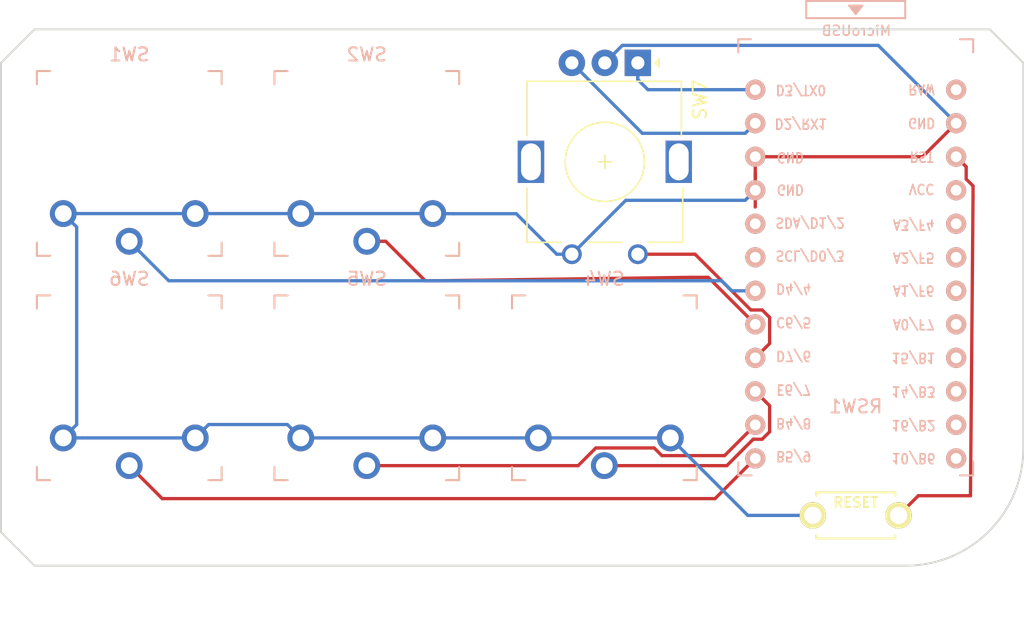
<source format=kicad_pcb>
(kicad_pcb (version 20171130) (host pcbnew "(5.1.5-0-10_14)")

  (general
    (thickness 1.6)
    (drawings 8)
    (tracks 83)
    (zones 0)
    (modules 8)
    (nets 23)
  )

  (page A4)
  (title_block
    (title mkbd)
    (date 2019-04-18)
    (rev 0.1)
    (company foostan)
  )

  (layers
    (0 F.Cu signal)
    (31 B.Cu signal)
    (32 B.Adhes user)
    (33 F.Adhes user)
    (34 B.Paste user)
    (35 F.Paste user)
    (36 B.SilkS user)
    (37 F.SilkS user)
    (38 B.Mask user)
    (39 F.Mask user)
    (40 Dwgs.User user)
    (41 Cmts.User user)
    (42 Eco1.User user)
    (43 Eco2.User user)
    (44 Edge.Cuts user)
    (45 Margin user)
    (46 B.CrtYd user)
    (47 F.CrtYd user)
    (48 B.Fab user)
    (49 F.Fab user)
  )

  (setup
    (last_trace_width 0.25)
    (trace_clearance 0.2)
    (zone_clearance 0.508)
    (zone_45_only no)
    (trace_min 0.2)
    (via_size 0.8)
    (via_drill 0.4)
    (via_min_size 0.4)
    (via_min_drill 0.3)
    (uvia_size 0.3)
    (uvia_drill 0.1)
    (uvias_allowed no)
    (uvia_min_size 0.2)
    (uvia_min_drill 0.1)
    (edge_width 0.15)
    (segment_width 0.2)
    (pcb_text_width 0.3)
    (pcb_text_size 1.5 1.5)
    (mod_edge_width 0.15)
    (mod_text_size 1 1)
    (mod_text_width 0.15)
    (pad_size 1.5 1.5)
    (pad_drill 1)
    (pad_to_mask_clearance 0.2)
    (aux_axis_origin 0 0)
    (visible_elements FFFFFF7F)
    (pcbplotparams
      (layerselection 0x010f0_ffffffff)
      (usegerberextensions false)
      (usegerberattributes false)
      (usegerberadvancedattributes false)
      (creategerberjobfile false)
      (excludeedgelayer true)
      (linewidth 0.100000)
      (plotframeref false)
      (viasonmask false)
      (mode 1)
      (useauxorigin false)
      (hpglpennumber 1)
      (hpglpenspeed 20)
      (hpglpendiameter 15.000000)
      (psnegative false)
      (psa4output false)
      (plotreference true)
      (plotvalue true)
      (plotinvisibletext false)
      (padsonsilk false)
      (subtractmaskfromsilk false)
      (outputformat 1)
      (mirror false)
      (drillshape 0)
      (scaleselection 1)
      (outputdirectory "gerber/"))
  )

  (net 0 "")
  (net 1 /RESET)
  (net 2 GND)
  (net 3 /SW_1)
  (net 4 /SW_2)
  (net 5 /SW_3)
  (net 6 /SW_4)
  (net 7 /SW_5)
  (net 8 /SW_6)
  (net 9 "Net-(U1-Pad24)")
  (net 10 VCC)
  (net 11 "Net-(U1-Pad20)")
  (net 12 "Net-(U1-Pad19)")
  (net 13 "Net-(U1-Pad18)")
  (net 14 "Net-(U1-Pad17)")
  (net 15 "Net-(U1-Pad16)")
  (net 16 "Net-(U1-Pad15)")
  (net 17 "Net-(U1-Pad14)")
  (net 18 "Net-(U1-Pad13)")
  (net 19 "Net-(U1-Pad6)")
  (net 20 "Net-(U1-Pad5)")
  (net 21 "Net-(SW7-PadA)")
  (net 22 "Net-(SW7-PadB)")

  (net_class Default "これはデフォルトのネット クラスです。"
    (clearance 0.2)
    (trace_width 0.25)
    (via_dia 0.8)
    (via_drill 0.4)
    (uvia_dia 0.3)
    (uvia_drill 0.1)
    (add_net /RESET)
    (add_net /SW_1)
    (add_net /SW_2)
    (add_net /SW_3)
    (add_net /SW_4)
    (add_net /SW_5)
    (add_net /SW_6)
    (add_net GND)
    (add_net "Net-(SW7-PadA)")
    (add_net "Net-(SW7-PadB)")
    (add_net "Net-(U1-Pad13)")
    (add_net "Net-(U1-Pad14)")
    (add_net "Net-(U1-Pad15)")
    (add_net "Net-(U1-Pad16)")
    (add_net "Net-(U1-Pad17)")
    (add_net "Net-(U1-Pad18)")
    (add_net "Net-(U1-Pad19)")
    (add_net "Net-(U1-Pad20)")
    (add_net "Net-(U1-Pad24)")
    (add_net "Net-(U1-Pad5)")
    (add_net "Net-(U1-Pad6)")
    (add_net VCC)
  )

  (module Rotary_Encoder:RotaryEncoder_Alps_EC11E_Vertical_H20mm (layer F.Cu) (tedit 5E99D69A) (tstamp 5E99E325)
    (at 76.2 60.96 270)
    (descr "Alps rotary encoder, EC12E... without switch (pins are dummy), vertical shaft, http://www.alps.com/prod/info/E/HTML/Encoder/Incremental/EC11/EC11E15204A3.html")
    (tags "rotary encoder")
    (path /5E9A134E)
    (fp_text reference SW7 (at 2.8 -4.7 90) (layer F.SilkS)
      (effects (font (size 1 1) (thickness 0.15)))
    )
    (fp_text value Rotary_Encoder_Switch (at 7.5 10.4 90) (layer F.Fab)
      (effects (font (size 1 1) (thickness 0.15)))
    )
    (fp_circle (center 7.5 2.5) (end 10.5 2.5) (layer F.Fab) (width 0.12))
    (fp_circle (center 7.5 2.5) (end 10.5 2.5) (layer F.SilkS) (width 0.12))
    (fp_line (start 15.5 9.35) (end -1.25 9.35) (layer F.CrtYd) (width 0.05))
    (fp_line (start 15.5 9.35) (end 15.5 -4.35) (layer F.CrtYd) (width 0.05))
    (fp_line (start -1.25 -4.35) (end -1.25 9.35) (layer F.CrtYd) (width 0.05))
    (fp_line (start -1.25 -4.35) (end 15.5 -4.35) (layer F.CrtYd) (width 0.05))
    (fp_line (start 2.5 -3.3) (end 13.5 -3.3) (layer F.Fab) (width 0.12))
    (fp_line (start 13.5 -3.3) (end 13.5 8.3) (layer F.Fab) (width 0.12))
    (fp_line (start 13.5 8.3) (end 1.5 8.3) (layer F.Fab) (width 0.12))
    (fp_line (start 1.5 8.3) (end 1.5 -2.2) (layer F.Fab) (width 0.12))
    (fp_line (start 1.5 -2.2) (end 2.5 -3.3) (layer F.Fab) (width 0.12))
    (fp_line (start 9.5 -3.4) (end 13.6 -3.4) (layer F.SilkS) (width 0.12))
    (fp_line (start 13.6 8.4) (end 9.5 8.4) (layer F.SilkS) (width 0.12))
    (fp_line (start 5.5 8.4) (end 1.4 8.4) (layer F.SilkS) (width 0.12))
    (fp_line (start 5.5 -3.3) (end 1.4 -3.3) (layer F.SilkS) (width 0.12))
    (fp_line (start 1.4 -3.3) (end 1.4 8.4) (layer F.SilkS) (width 0.12))
    (fp_line (start 0 -1.3) (end -0.3 -1.6) (layer F.SilkS) (width 0.12))
    (fp_line (start -0.3 -1.6) (end 0.3 -1.6) (layer F.SilkS) (width 0.12))
    (fp_line (start 0.3 -1.6) (end 0 -1.3) (layer F.SilkS) (width 0.12))
    (fp_line (start 7.5 -0.5) (end 7.5 5.5) (layer F.Fab) (width 0.12))
    (fp_line (start 4.5 2.5) (end 10.5 2.5) (layer F.Fab) (width 0.12))
    (fp_line (start 13.6 -3.4) (end 13.6 -0.8) (layer F.SilkS) (width 0.12))
    (fp_line (start 13.6 1.2) (end 13.6 3.8) (layer F.SilkS) (width 0.12))
    (fp_line (start 13.6 5.8) (end 13.6 8.4) (layer F.SilkS) (width 0.12))
    (fp_line (start 7.5 2) (end 7.5 3) (layer F.SilkS) (width 0.12))
    (fp_line (start 7 2.5) (end 8 2.5) (layer F.SilkS) (width 0.12))
    (fp_text user %R (at 11.1 6.3 90) (layer F.Fab)
      (effects (font (size 1 1) (thickness 0.15)))
    )
    (pad A thru_hole rect (at 0 0 270) (size 2 2) (drill 1) (layers *.Cu *.Mask)
      (net 21 "Net-(SW7-PadA)"))
    (pad C thru_hole circle (at 0 2.5 270) (size 2 2) (drill 1) (layers *.Cu *.Mask)
      (net 2 GND))
    (pad B thru_hole circle (at 0 5 270) (size 2 2) (drill 1) (layers *.Cu *.Mask)
      (net 22 "Net-(SW7-PadB)"))
    (pad MP thru_hole rect (at 7.5 -3.1 270) (size 3.2 2) (drill oval 2.8 1.5) (layers *.Cu *.Mask))
    (pad MP thru_hole rect (at 7.5 8.1 270) (size 3.2 2) (drill oval 2.8 1.5) (layers *.Cu *.Mask))
    (pad "" thru_hole circle (at 14.5 0 270) (size 1.5 1.5) (drill 1) (layers *.Cu *.Mask)
      (net 5 /SW_3))
    (pad "" thru_hole circle (at 14.5 5 270) (size 1.5 1.5) (drill 1) (layers *.Cu *.Mask)
      (net 2 GND))
    (model ${KISYS3DMOD}/Rotary_Encoder.3dshapes/RotaryEncoder_Alps_EC11E_Vertical_H20mm.wrl
      (at (xyz 0 0 0))
      (scale (xyz 1 1 1))
      (rotate (xyz 0 0 0))
    )
  )

  (module foostan:ResetSW_1side (layer F.Cu) (tedit 5C66D325) (tstamp 5CB645C3)
    (at 92.71 95.25)
    (path /5CB5EA0E)
    (fp_text reference RSW1 (at 0 2.55) (layer F.SilkS) hide
      (effects (font (size 1 1) (thickness 0.15)))
    )
    (fp_text value SW_Push (at 0.1 -4.1) (layer F.Fab)
      (effects (font (size 1 1) (thickness 0.15)))
    )
    (fp_text user RESET (at 0 -0.98) (layer F.SilkS)
      (effects (font (size 0.75 0.75) (thickness 0.15)))
    )
    (fp_line (start 3 -1.75) (end 3 -1.5) (layer F.SilkS) (width 0.15))
    (fp_line (start -3 -1.75) (end 3 -1.75) (layer F.SilkS) (width 0.15))
    (fp_line (start -3 -1.75) (end -3 -1.5) (layer F.SilkS) (width 0.15))
    (fp_line (start -3 1.75) (end -3 1.5) (layer F.SilkS) (width 0.15))
    (fp_line (start 3 1.75) (end 3 1.5) (layer F.SilkS) (width 0.15))
    (fp_line (start -3 1.75) (end 3 1.75) (layer F.SilkS) (width 0.15))
    (fp_text user %R (at 0 -8.255) (layer B.SilkS)
      (effects (font (size 1 1) (thickness 0.15)) (justify mirror))
    )
    (fp_text user %V (at 0 8.255) (layer B.Fab)
      (effects (font (size 1 1) (thickness 0.15)) (justify mirror))
    )
    (pad 2 thru_hole circle (at -3.25 0) (size 2 2) (drill 1.3) (layers *.Cu F.SilkS B.Mask)
      (net 2 GND))
    (pad 1 thru_hole circle (at 3.25 0) (size 2 2) (drill 1.3) (layers *.Cu F.SilkS B.Mask)
      (net 1 /RESET))
  )

  (module kbd:SW_PG1350_reversible (layer F.Cu) (tedit 5DD501D8) (tstamp 5CB7412A)
    (at 37.66 68.58)
    (descr "Kailh \"Choc\" PG1350 keyswitch, able to be mounted on front or back of PCB")
    (tags kailh,choc)
    (path /5CB5D7EA)
    (fp_text reference SW1 (at 0 4.15) (layer Dwgs.User) hide
      (effects (font (size 1 1) (thickness 0.15)))
    )
    (fp_text value SW_PUSH (at -0.05 5.7) (layer Dwgs.User) hide
      (effects (font (size 1 1) (thickness 0.15)))
    )
    (fp_text user %R (at 0 -8.255) (layer B.SilkS)
      (effects (font (size 1 1) (thickness 0.15)) (justify mirror))
    )
    (fp_text user %R (at 0 0) (layer F.Fab)
      (effects (font (size 1 1) (thickness 0.15)))
    )
    (fp_line (start -7.5 7.5) (end -7.5 -7.5) (layer F.Fab) (width 0.15))
    (fp_line (start 7.5 -7.5) (end 7.5 7.5) (layer F.Fab) (width 0.15))
    (fp_line (start 7.5 7.5) (end -7.5 7.5) (layer F.Fab) (width 0.15))
    (fp_line (start -7.5 -7.5) (end 7.5 -7.5) (layer F.Fab) (width 0.15))
    (fp_text user %V (at 0 8.255) (layer B.Fab)
      (effects (font (size 1 1) (thickness 0.15)) (justify mirror))
    )
    (fp_text user %R (at 0 -8.255) (layer B.SilkS)
      (effects (font (size 1 1) (thickness 0.15)) (justify mirror))
    )
    (fp_line (start -7.5 7.5) (end -7.5 -7.5) (layer B.Fab) (width 0.15))
    (fp_line (start 7.5 7.5) (end -7.5 7.5) (layer B.Fab) (width 0.15))
    (fp_line (start 7.5 -7.5) (end 7.5 7.5) (layer B.Fab) (width 0.15))
    (fp_line (start -7.5 -7.5) (end 7.5 -7.5) (layer B.Fab) (width 0.15))
    (fp_line (start -6.9 6.9) (end -6.9 -6.9) (layer Eco2.User) (width 0.15))
    (fp_line (start 6.9 -6.9) (end 6.9 6.9) (layer Eco2.User) (width 0.15))
    (fp_line (start 6.9 -6.9) (end -6.9 -6.9) (layer Eco2.User) (width 0.15))
    (fp_line (start -6.9 6.9) (end 6.9 6.9) (layer Eco2.User) (width 0.15))
    (fp_line (start 7 -7) (end 7 -6) (layer B.SilkS) (width 0.15))
    (fp_line (start 6 -7) (end 7 -7) (layer B.SilkS) (width 0.15))
    (fp_line (start 7 7) (end 6 7) (layer B.SilkS) (width 0.15))
    (fp_line (start 7 6) (end 7 7) (layer B.SilkS) (width 0.15))
    (fp_line (start -7 7) (end -7 6) (layer B.SilkS) (width 0.15))
    (fp_line (start -6 7) (end -7 7) (layer B.SilkS) (width 0.15))
    (fp_line (start -7 -7) (end -6 -7) (layer B.SilkS) (width 0.15))
    (fp_line (start -7 -6) (end -7 -7) (layer B.SilkS) (width 0.15))
    (fp_line (start -2.6 -3.1) (end -2.6 -6.3) (layer Eco2.User) (width 0.15))
    (fp_line (start 2.6 -6.3) (end -2.6 -6.3) (layer Eco2.User) (width 0.15))
    (fp_line (start 2.6 -3.1) (end 2.6 -6.3) (layer Eco2.User) (width 0.15))
    (fp_line (start -2.6 -3.1) (end 2.6 -3.1) (layer Eco2.User) (width 0.15))
    (fp_line (start -7 -7) (end -6 -7) (layer F.SilkS) (width 0.15))
    (fp_line (start -7 -6) (end -7 -7) (layer F.SilkS) (width 0.15))
    (fp_line (start -7 7) (end -7 6) (layer F.SilkS) (width 0.15))
    (fp_line (start -6 7) (end -7 7) (layer F.SilkS) (width 0.15))
    (fp_line (start 7 7) (end 6 7) (layer F.SilkS) (width 0.15))
    (fp_line (start 7 6) (end 7 7) (layer F.SilkS) (width 0.15))
    (fp_line (start 7 -7) (end 7 -6) (layer F.SilkS) (width 0.15))
    (fp_line (start 6 -7) (end 7 -7) (layer F.SilkS) (width 0.15))
    (pad "" np_thru_hole circle (at -5.5 0) (size 1.7018 1.7018) (drill 1.7018) (layers *.Cu *.Mask))
    (pad "" np_thru_hole circle (at 5.5 0) (size 1.7018 1.7018) (drill 1.7018) (layers *.Cu *.Mask))
    (pad "" np_thru_hole circle (at 5.22 -4.2) (size 0.9906 0.9906) (drill 0.9906) (layers *.Cu *.Mask))
    (pad 1 thru_hole circle (at 0 5.9) (size 2.032 2.032) (drill 1.27) (layers *.Cu *.Mask)
      (net 3 /SW_1))
    (pad 2 thru_hole circle (at -5 3.8) (size 2.032 2.032) (drill 1.27) (layers *.Cu *.Mask)
      (net 2 GND))
    (pad "" np_thru_hole circle (at 0 0) (size 3.429 3.429) (drill 3.429) (layers *.Cu *.Mask))
    (pad 2 thru_hole circle (at 5 3.8) (size 2.032 2.032) (drill 1.27) (layers *.Cu *.Mask)
      (net 2 GND))
    (pad "" np_thru_hole circle (at -5.22 -4.2) (size 0.9906 0.9906) (drill 0.9906) (layers *.Cu *.Mask))
  )

  (module kbd:SW_PG1350_reversible (layer F.Cu) (tedit 5DD501D8) (tstamp 5CB73FFE)
    (at 55.66 68.58)
    (descr "Kailh \"Choc\" PG1350 keyswitch, able to be mounted on front or back of PCB")
    (tags kailh,choc)
    (path /5CB5EE19)
    (fp_text reference SW2 (at 0 4.15) (layer Dwgs.User) hide
      (effects (font (size 1 1) (thickness 0.15)))
    )
    (fp_text value SW_PUSH (at -0.05 5.7) (layer Dwgs.User) hide
      (effects (font (size 1 1) (thickness 0.15)))
    )
    (fp_text user %R (at 0 0) (layer B.Fab)
      (effects (font (size 1 1) (thickness 0.15)) (justify mirror))
    )
    (fp_text user %R (at 0 0) (layer F.Fab)
      (effects (font (size 1 1) (thickness 0.15)))
    )
    (fp_line (start -7.5 7.5) (end -7.5 -7.5) (layer F.Fab) (width 0.15))
    (fp_line (start 7.5 -7.5) (end 7.5 7.5) (layer F.Fab) (width 0.15))
    (fp_line (start 7.5 7.5) (end -7.5 7.5) (layer F.Fab) (width 0.15))
    (fp_line (start -7.5 -7.5) (end 7.5 -7.5) (layer F.Fab) (width 0.15))
    (fp_text user %V (at 0 8.255) (layer B.Fab)
      (effects (font (size 1 1) (thickness 0.15)) (justify mirror))
    )
    (fp_text user %R (at 0 -8.255) (layer B.SilkS)
      (effects (font (size 1 1) (thickness 0.15)) (justify mirror))
    )
    (fp_line (start -7.5 7.5) (end -7.5 -7.5) (layer B.Fab) (width 0.15))
    (fp_line (start 7.5 7.5) (end -7.5 7.5) (layer B.Fab) (width 0.15))
    (fp_line (start 7.5 -7.5) (end 7.5 7.5) (layer B.Fab) (width 0.15))
    (fp_line (start -7.5 -7.5) (end 7.5 -7.5) (layer B.Fab) (width 0.15))
    (fp_line (start -6.9 6.9) (end -6.9 -6.9) (layer Eco2.User) (width 0.15))
    (fp_line (start 6.9 -6.9) (end 6.9 6.9) (layer Eco2.User) (width 0.15))
    (fp_line (start 6.9 -6.9) (end -6.9 -6.9) (layer Eco2.User) (width 0.15))
    (fp_line (start -6.9 6.9) (end 6.9 6.9) (layer Eco2.User) (width 0.15))
    (fp_line (start 7 -7) (end 7 -6) (layer B.SilkS) (width 0.15))
    (fp_line (start 6 -7) (end 7 -7) (layer B.SilkS) (width 0.15))
    (fp_line (start 7 7) (end 6 7) (layer B.SilkS) (width 0.15))
    (fp_line (start 7 6) (end 7 7) (layer B.SilkS) (width 0.15))
    (fp_line (start -7 7) (end -7 6) (layer B.SilkS) (width 0.15))
    (fp_line (start -6 7) (end -7 7) (layer B.SilkS) (width 0.15))
    (fp_line (start -7 -7) (end -6 -7) (layer B.SilkS) (width 0.15))
    (fp_line (start -7 -6) (end -7 -7) (layer B.SilkS) (width 0.15))
    (fp_line (start -2.6 -3.1) (end -2.6 -6.3) (layer Eco2.User) (width 0.15))
    (fp_line (start 2.6 -6.3) (end -2.6 -6.3) (layer Eco2.User) (width 0.15))
    (fp_line (start 2.6 -3.1) (end 2.6 -6.3) (layer Eco2.User) (width 0.15))
    (fp_line (start -2.6 -3.1) (end 2.6 -3.1) (layer Eco2.User) (width 0.15))
    (fp_line (start -7 -7) (end -6 -7) (layer F.SilkS) (width 0.15))
    (fp_line (start -7 -6) (end -7 -7) (layer F.SilkS) (width 0.15))
    (fp_line (start -7 7) (end -7 6) (layer F.SilkS) (width 0.15))
    (fp_line (start -6 7) (end -7 7) (layer F.SilkS) (width 0.15))
    (fp_line (start 7 7) (end 6 7) (layer F.SilkS) (width 0.15))
    (fp_line (start 7 6) (end 7 7) (layer F.SilkS) (width 0.15))
    (fp_line (start 7 -7) (end 7 -6) (layer F.SilkS) (width 0.15))
    (fp_line (start 6 -7) (end 7 -7) (layer F.SilkS) (width 0.15))
    (pad "" np_thru_hole circle (at -5.5 0) (size 1.7018 1.7018) (drill 1.7018) (layers *.Cu *.Mask))
    (pad "" np_thru_hole circle (at 5.5 0) (size 1.7018 1.7018) (drill 1.7018) (layers *.Cu *.Mask))
    (pad "" np_thru_hole circle (at 5.22 -4.2) (size 0.9906 0.9906) (drill 0.9906) (layers *.Cu *.Mask))
    (pad 1 thru_hole circle (at 0 5.9) (size 2.032 2.032) (drill 1.27) (layers *.Cu *.Mask)
      (net 4 /SW_2))
    (pad 2 thru_hole circle (at -5 3.8) (size 2.032 2.032) (drill 1.27) (layers *.Cu *.Mask)
      (net 2 GND))
    (pad "" np_thru_hole circle (at 0 0) (size 3.429 3.429) (drill 3.429) (layers *.Cu *.Mask))
    (pad 2 thru_hole circle (at 5 3.8) (size 2.032 2.032) (drill 1.27) (layers *.Cu *.Mask)
      (net 2 GND))
    (pad "" np_thru_hole circle (at -5.22 -4.2) (size 0.9906 0.9906) (drill 0.9906) (layers *.Cu *.Mask))
  )

  (module kbd:SW_PG1350_reversible (layer F.Cu) (tedit 5DD501D8) (tstamp 5CB740EE)
    (at 73.66 85.58)
    (descr "Kailh \"Choc\" PG1350 keyswitch, able to be mounted on front or back of PCB")
    (tags kailh,choc)
    (path /5CB5EE8C)
    (fp_text reference SW4 (at 0 4.15) (layer Dwgs.User) hide
      (effects (font (size 1 1) (thickness 0.15)))
    )
    (fp_text value SW_PUSH (at -0.05 5.7) (layer Dwgs.User) hide
      (effects (font (size 1 1) (thickness 0.15)))
    )
    (fp_text user %R (at 0 0) (layer B.Fab)
      (effects (font (size 1 1) (thickness 0.15)) (justify mirror))
    )
    (fp_text user %R (at 0 0) (layer F.Fab)
      (effects (font (size 1 1) (thickness 0.15)))
    )
    (fp_line (start -7.5 7.5) (end -7.5 -7.5) (layer F.Fab) (width 0.15))
    (fp_line (start 7.5 -7.5) (end 7.5 7.5) (layer F.Fab) (width 0.15))
    (fp_line (start 7.5 7.5) (end -7.5 7.5) (layer F.Fab) (width 0.15))
    (fp_line (start -7.5 -7.5) (end 7.5 -7.5) (layer F.Fab) (width 0.15))
    (fp_text user %V (at 0 8.255) (layer B.Fab)
      (effects (font (size 1 1) (thickness 0.15)) (justify mirror))
    )
    (fp_text user %R (at 0 -8.255) (layer B.SilkS)
      (effects (font (size 1 1) (thickness 0.15)) (justify mirror))
    )
    (fp_line (start -7.5 7.5) (end -7.5 -7.5) (layer B.Fab) (width 0.15))
    (fp_line (start 7.5 7.5) (end -7.5 7.5) (layer B.Fab) (width 0.15))
    (fp_line (start 7.5 -7.5) (end 7.5 7.5) (layer B.Fab) (width 0.15))
    (fp_line (start -7.5 -7.5) (end 7.5 -7.5) (layer B.Fab) (width 0.15))
    (fp_line (start -6.9 6.9) (end -6.9 -6.9) (layer Eco2.User) (width 0.15))
    (fp_line (start 6.9 -6.9) (end 6.9 6.9) (layer Eco2.User) (width 0.15))
    (fp_line (start 6.9 -6.9) (end -6.9 -6.9) (layer Eco2.User) (width 0.15))
    (fp_line (start -6.9 6.9) (end 6.9 6.9) (layer Eco2.User) (width 0.15))
    (fp_line (start 7 -7) (end 7 -6) (layer B.SilkS) (width 0.15))
    (fp_line (start 6 -7) (end 7 -7) (layer B.SilkS) (width 0.15))
    (fp_line (start 7 7) (end 6 7) (layer B.SilkS) (width 0.15))
    (fp_line (start 7 6) (end 7 7) (layer B.SilkS) (width 0.15))
    (fp_line (start -7 7) (end -7 6) (layer B.SilkS) (width 0.15))
    (fp_line (start -6 7) (end -7 7) (layer B.SilkS) (width 0.15))
    (fp_line (start -7 -7) (end -6 -7) (layer B.SilkS) (width 0.15))
    (fp_line (start -7 -6) (end -7 -7) (layer B.SilkS) (width 0.15))
    (fp_line (start -2.6 -3.1) (end -2.6 -6.3) (layer Eco2.User) (width 0.15))
    (fp_line (start 2.6 -6.3) (end -2.6 -6.3) (layer Eco2.User) (width 0.15))
    (fp_line (start 2.6 -3.1) (end 2.6 -6.3) (layer Eco2.User) (width 0.15))
    (fp_line (start -2.6 -3.1) (end 2.6 -3.1) (layer Eco2.User) (width 0.15))
    (fp_line (start -7 -7) (end -6 -7) (layer F.SilkS) (width 0.15))
    (fp_line (start -7 -6) (end -7 -7) (layer F.SilkS) (width 0.15))
    (fp_line (start -7 7) (end -7 6) (layer F.SilkS) (width 0.15))
    (fp_line (start -6 7) (end -7 7) (layer F.SilkS) (width 0.15))
    (fp_line (start 7 7) (end 6 7) (layer F.SilkS) (width 0.15))
    (fp_line (start 7 6) (end 7 7) (layer F.SilkS) (width 0.15))
    (fp_line (start 7 -7) (end 7 -6) (layer F.SilkS) (width 0.15))
    (fp_line (start 6 -7) (end 7 -7) (layer F.SilkS) (width 0.15))
    (pad "" np_thru_hole circle (at -5.5 0) (size 1.7018 1.7018) (drill 1.7018) (layers *.Cu *.Mask))
    (pad "" np_thru_hole circle (at 5.5 0) (size 1.7018 1.7018) (drill 1.7018) (layers *.Cu *.Mask))
    (pad "" np_thru_hole circle (at 5.22 -4.2) (size 0.9906 0.9906) (drill 0.9906) (layers *.Cu *.Mask))
    (pad 1 thru_hole circle (at 0 5.9) (size 2.032 2.032) (drill 1.27) (layers *.Cu *.Mask)
      (net 6 /SW_4))
    (pad 2 thru_hole circle (at -5 3.8) (size 2.032 2.032) (drill 1.27) (layers *.Cu *.Mask)
      (net 2 GND))
    (pad "" np_thru_hole circle (at 0 0) (size 3.429 3.429) (drill 3.429) (layers *.Cu *.Mask))
    (pad 2 thru_hole circle (at 5 3.8) (size 2.032 2.032) (drill 1.27) (layers *.Cu *.Mask)
      (net 2 GND))
    (pad "" np_thru_hole circle (at -5.22 -4.2) (size 0.9906 0.9906) (drill 0.9906) (layers *.Cu *.Mask))
  )

  (module kbd:SW_PG1350_reversible (layer F.Cu) (tedit 5DD501D8) (tstamp 5CB7403A)
    (at 55.66 85.58)
    (descr "Kailh \"Choc\" PG1350 keyswitch, able to be mounted on front or back of PCB")
    (tags kailh,choc)
    (path /5CB5EE94)
    (fp_text reference SW5 (at 0 4.15) (layer Dwgs.User) hide
      (effects (font (size 1 1) (thickness 0.15)))
    )
    (fp_text value SW_PUSH (at -0.05 5.7) (layer Dwgs.User) hide
      (effects (font (size 1 1) (thickness 0.15)))
    )
    (fp_text user %R (at 0 0) (layer B.Fab)
      (effects (font (size 1 1) (thickness 0.15)) (justify mirror))
    )
    (fp_text user %R (at 0 0) (layer F.Fab)
      (effects (font (size 1 1) (thickness 0.15)))
    )
    (fp_line (start -7.5 7.5) (end -7.5 -7.5) (layer F.Fab) (width 0.15))
    (fp_line (start 7.5 -7.5) (end 7.5 7.5) (layer F.Fab) (width 0.15))
    (fp_line (start 7.5 7.5) (end -7.5 7.5) (layer F.Fab) (width 0.15))
    (fp_line (start -7.5 -7.5) (end 7.5 -7.5) (layer F.Fab) (width 0.15))
    (fp_text user %V (at 0 8.255) (layer B.Fab)
      (effects (font (size 1 1) (thickness 0.15)) (justify mirror))
    )
    (fp_text user %R (at 0 -8.255) (layer B.SilkS)
      (effects (font (size 1 1) (thickness 0.15)) (justify mirror))
    )
    (fp_line (start -7.5 7.5) (end -7.5 -7.5) (layer B.Fab) (width 0.15))
    (fp_line (start 7.5 7.5) (end -7.5 7.5) (layer B.Fab) (width 0.15))
    (fp_line (start 7.5 -7.5) (end 7.5 7.5) (layer B.Fab) (width 0.15))
    (fp_line (start -7.5 -7.5) (end 7.5 -7.5) (layer B.Fab) (width 0.15))
    (fp_line (start -6.9 6.9) (end -6.9 -6.9) (layer Eco2.User) (width 0.15))
    (fp_line (start 6.9 -6.9) (end 6.9 6.9) (layer Eco2.User) (width 0.15))
    (fp_line (start 6.9 -6.9) (end -6.9 -6.9) (layer Eco2.User) (width 0.15))
    (fp_line (start -6.9 6.9) (end 6.9 6.9) (layer Eco2.User) (width 0.15))
    (fp_line (start 7 -7) (end 7 -6) (layer B.SilkS) (width 0.15))
    (fp_line (start 6 -7) (end 7 -7) (layer B.SilkS) (width 0.15))
    (fp_line (start 7 7) (end 6 7) (layer B.SilkS) (width 0.15))
    (fp_line (start 7 6) (end 7 7) (layer B.SilkS) (width 0.15))
    (fp_line (start -7 7) (end -7 6) (layer B.SilkS) (width 0.15))
    (fp_line (start -6 7) (end -7 7) (layer B.SilkS) (width 0.15))
    (fp_line (start -7 -7) (end -6 -7) (layer B.SilkS) (width 0.15))
    (fp_line (start -7 -6) (end -7 -7) (layer B.SilkS) (width 0.15))
    (fp_line (start -2.6 -3.1) (end -2.6 -6.3) (layer Eco2.User) (width 0.15))
    (fp_line (start 2.6 -6.3) (end -2.6 -6.3) (layer Eco2.User) (width 0.15))
    (fp_line (start 2.6 -3.1) (end 2.6 -6.3) (layer Eco2.User) (width 0.15))
    (fp_line (start -2.6 -3.1) (end 2.6 -3.1) (layer Eco2.User) (width 0.15))
    (fp_line (start -7 -7) (end -6 -7) (layer F.SilkS) (width 0.15))
    (fp_line (start -7 -6) (end -7 -7) (layer F.SilkS) (width 0.15))
    (fp_line (start -7 7) (end -7 6) (layer F.SilkS) (width 0.15))
    (fp_line (start -6 7) (end -7 7) (layer F.SilkS) (width 0.15))
    (fp_line (start 7 7) (end 6 7) (layer F.SilkS) (width 0.15))
    (fp_line (start 7 6) (end 7 7) (layer F.SilkS) (width 0.15))
    (fp_line (start 7 -7) (end 7 -6) (layer F.SilkS) (width 0.15))
    (fp_line (start 6 -7) (end 7 -7) (layer F.SilkS) (width 0.15))
    (pad "" np_thru_hole circle (at -5.5 0) (size 1.7018 1.7018) (drill 1.7018) (layers *.Cu *.Mask))
    (pad "" np_thru_hole circle (at 5.5 0) (size 1.7018 1.7018) (drill 1.7018) (layers *.Cu *.Mask))
    (pad "" np_thru_hole circle (at 5.22 -4.2) (size 0.9906 0.9906) (drill 0.9906) (layers *.Cu *.Mask))
    (pad 1 thru_hole circle (at 0 5.9) (size 2.032 2.032) (drill 1.27) (layers *.Cu *.Mask)
      (net 7 /SW_5))
    (pad 2 thru_hole circle (at -5 3.8) (size 2.032 2.032) (drill 1.27) (layers *.Cu *.Mask)
      (net 2 GND))
    (pad "" np_thru_hole circle (at 0 0) (size 3.429 3.429) (drill 3.429) (layers *.Cu *.Mask))
    (pad 2 thru_hole circle (at 5 3.8) (size 2.032 2.032) (drill 1.27) (layers *.Cu *.Mask)
      (net 2 GND))
    (pad "" np_thru_hole circle (at -5.22 -4.2) (size 0.9906 0.9906) (drill 0.9906) (layers *.Cu *.Mask))
  )

  (module kbd:SW_PG1350_reversible (layer F.Cu) (tedit 5DD501D8) (tstamp 5CB740B2)
    (at 37.66 85.58)
    (descr "Kailh \"Choc\" PG1350 keyswitch, able to be mounted on front or back of PCB")
    (tags kailh,choc)
    (path /5CB5EE9C)
    (fp_text reference SW6 (at 0 4.15) (layer Dwgs.User) hide
      (effects (font (size 1 1) (thickness 0.15)))
    )
    (fp_text value SW_PUSH (at -0.05 5.7) (layer Dwgs.User) hide
      (effects (font (size 1 1) (thickness 0.15)))
    )
    (fp_text user %R (at 0 0) (layer B.Fab)
      (effects (font (size 1 1) (thickness 0.15)) (justify mirror))
    )
    (fp_text user %R (at 0 0) (layer F.Fab)
      (effects (font (size 1 1) (thickness 0.15)))
    )
    (fp_line (start -7.5 7.5) (end -7.5 -7.5) (layer F.Fab) (width 0.15))
    (fp_line (start 7.5 -7.5) (end 7.5 7.5) (layer F.Fab) (width 0.15))
    (fp_line (start 7.5 7.5) (end -7.5 7.5) (layer F.Fab) (width 0.15))
    (fp_line (start -7.5 -7.5) (end 7.5 -7.5) (layer F.Fab) (width 0.15))
    (fp_text user %V (at 0 8.255) (layer B.Fab)
      (effects (font (size 1 1) (thickness 0.15)) (justify mirror))
    )
    (fp_text user %R (at 0 -8.255) (layer B.SilkS)
      (effects (font (size 1 1) (thickness 0.15)) (justify mirror))
    )
    (fp_line (start -7.5 7.5) (end -7.5 -7.5) (layer B.Fab) (width 0.15))
    (fp_line (start 7.5 7.5) (end -7.5 7.5) (layer B.Fab) (width 0.15))
    (fp_line (start 7.5 -7.5) (end 7.5 7.5) (layer B.Fab) (width 0.15))
    (fp_line (start -7.5 -7.5) (end 7.5 -7.5) (layer B.Fab) (width 0.15))
    (fp_line (start -6.9 6.9) (end -6.9 -6.9) (layer Eco2.User) (width 0.15))
    (fp_line (start 6.9 -6.9) (end 6.9 6.9) (layer Eco2.User) (width 0.15))
    (fp_line (start 6.9 -6.9) (end -6.9 -6.9) (layer Eco2.User) (width 0.15))
    (fp_line (start -6.9 6.9) (end 6.9 6.9) (layer Eco2.User) (width 0.15))
    (fp_line (start 7 -7) (end 7 -6) (layer B.SilkS) (width 0.15))
    (fp_line (start 6 -7) (end 7 -7) (layer B.SilkS) (width 0.15))
    (fp_line (start 7 7) (end 6 7) (layer B.SilkS) (width 0.15))
    (fp_line (start 7 6) (end 7 7) (layer B.SilkS) (width 0.15))
    (fp_line (start -7 7) (end -7 6) (layer B.SilkS) (width 0.15))
    (fp_line (start -6 7) (end -7 7) (layer B.SilkS) (width 0.15))
    (fp_line (start -7 -7) (end -6 -7) (layer B.SilkS) (width 0.15))
    (fp_line (start -7 -6) (end -7 -7) (layer B.SilkS) (width 0.15))
    (fp_line (start -2.6 -3.1) (end -2.6 -6.3) (layer Eco2.User) (width 0.15))
    (fp_line (start 2.6 -6.3) (end -2.6 -6.3) (layer Eco2.User) (width 0.15))
    (fp_line (start 2.6 -3.1) (end 2.6 -6.3) (layer Eco2.User) (width 0.15))
    (fp_line (start -2.6 -3.1) (end 2.6 -3.1) (layer Eco2.User) (width 0.15))
    (fp_line (start -7 -7) (end -6 -7) (layer F.SilkS) (width 0.15))
    (fp_line (start -7 -6) (end -7 -7) (layer F.SilkS) (width 0.15))
    (fp_line (start -7 7) (end -7 6) (layer F.SilkS) (width 0.15))
    (fp_line (start -6 7) (end -7 7) (layer F.SilkS) (width 0.15))
    (fp_line (start 7 7) (end 6 7) (layer F.SilkS) (width 0.15))
    (fp_line (start 7 6) (end 7 7) (layer F.SilkS) (width 0.15))
    (fp_line (start 7 -7) (end 7 -6) (layer F.SilkS) (width 0.15))
    (fp_line (start 6 -7) (end 7 -7) (layer F.SilkS) (width 0.15))
    (pad "" np_thru_hole circle (at -5.5 0) (size 1.7018 1.7018) (drill 1.7018) (layers *.Cu *.Mask))
    (pad "" np_thru_hole circle (at 5.5 0) (size 1.7018 1.7018) (drill 1.7018) (layers *.Cu *.Mask))
    (pad "" np_thru_hole circle (at 5.22 -4.2) (size 0.9906 0.9906) (drill 0.9906) (layers *.Cu *.Mask))
    (pad 1 thru_hole circle (at 0 5.9) (size 2.032 2.032) (drill 1.27) (layers *.Cu *.Mask)
      (net 8 /SW_6))
    (pad 2 thru_hole circle (at -5 3.8) (size 2.032 2.032) (drill 1.27) (layers *.Cu *.Mask)
      (net 2 GND))
    (pad "" np_thru_hole circle (at 0 0) (size 3.429 3.429) (drill 3.429) (layers *.Cu *.Mask))
    (pad 2 thru_hole circle (at 5 3.8) (size 2.032 2.032) (drill 1.27) (layers *.Cu *.Mask)
      (net 2 GND))
    (pad "" np_thru_hole circle (at -5.22 -4.2) (size 0.9906 0.9906) (drill 0.9906) (layers *.Cu *.Mask))
  )

  (module kbd:ProMicro_v3 (layer B.Cu) (tedit 5CB5FEF5) (tstamp 5CB64683)
    (at 92.71 77.47 180)
    (path /5CB5F40D)
    (fp_text reference U1 (at 0 5 90) (layer B.SilkS) hide
      (effects (font (size 1 1) (thickness 0.15)) (justify mirror))
    )
    (fp_text value ProMicro_r (at -0.1 -0.05 -90) (layer B.Fab) hide
      (effects (font (size 1 1) (thickness 0.15)) (justify mirror))
    )
    (fp_line (start 8.9 -14.75) (end 7.89 -14.75) (layer B.SilkS) (width 0.15))
    (fp_line (start -8.9 -14.75) (end -7.9 -14.75) (layer B.SilkS) (width 0.15))
    (fp_line (start 8.9 -13.75) (end 8.9 -14.75) (layer B.SilkS) (width 0.15))
    (fp_line (start -8.9 -13.7) (end -8.9 -14.75) (layer B.SilkS) (width 0.15))
    (fp_line (start 8.9 18.3) (end 7.95 18.3) (layer B.SilkS) (width 0.15))
    (fp_line (start -8.9 18.3) (end -7.9 18.3) (layer B.SilkS) (width 0.15))
    (fp_line (start 8.9 18.3) (end 8.9 17.3) (layer B.SilkS) (width 0.15))
    (fp_line (start -8.9 18.3) (end -8.9 17.3) (layer B.SilkS) (width 0.15))
    (fp_text user "" (at -1.2515 16.256) (layer F.SilkS)
      (effects (font (size 1 1) (thickness 0.15)))
    )
    (fp_text user "" (at -0.545 17.4) (layer B.SilkS)
      (effects (font (size 1 1) (thickness 0.15)) (justify mirror))
    )
    (fp_line (start -8.9 -14.75) (end -8.9 18.3) (layer B.Fab) (width 0.15))
    (fp_line (start 8.9 -14.75) (end -8.9 -14.75) (layer B.Fab) (width 0.15))
    (fp_line (start 8.9 18.3) (end 8.9 -14.75) (layer B.Fab) (width 0.15))
    (fp_line (start -8.9 18.3) (end -3.75 18.3) (layer B.Fab) (width 0.15))
    (fp_text user RAW (at -4.995 14.5 180 unlocked) (layer B.SilkS)
      (effects (font (size 0.75 0.67) (thickness 0.125)) (justify mirror))
    )
    (fp_text user GND (at -4.995 11.95 180 unlocked) (layer B.SilkS)
      (effects (font (size 0.75 0.67) (thickness 0.125)) (justify mirror))
    )
    (fp_text user RST (at -4.995 9.4 180 unlocked) (layer B.SilkS)
      (effects (font (size 0.75 0.67) (thickness 0.125)) (justify mirror))
    )
    (fp_text user VCC (at -4.995 6.95 180 unlocked) (layer B.SilkS)
      (effects (font (size 0.75 0.67) (thickness 0.125)) (justify mirror))
    )
    (fp_text user A3/F4 (at -4.395 4.25 180 unlocked) (layer B.SilkS)
      (effects (font (size 0.75 0.67) (thickness 0.125)) (justify mirror))
    )
    (fp_text user A2/F5 (at -4.395 1.75 180 unlocked) (layer B.SilkS)
      (effects (font (size 0.75 0.67) (thickness 0.125)) (justify mirror))
    )
    (fp_text user A1/F6 (at -4.395 -0.75 180 unlocked) (layer B.SilkS)
      (effects (font (size 0.75 0.67) (thickness 0.125)) (justify mirror))
    )
    (fp_text user A0/F7 (at -4.395 -3.3 180 unlocked) (layer B.SilkS)
      (effects (font (size 0.75 0.67) (thickness 0.125)) (justify mirror))
    )
    (fp_text user 15/B1 (at -4.395 -5.85 180 unlocked) (layer B.SilkS)
      (effects (font (size 0.75 0.67) (thickness 0.125)) (justify mirror))
    )
    (fp_text user 14/B3 (at -4.395 -8.4 180 unlocked) (layer B.SilkS)
      (effects (font (size 0.75 0.67) (thickness 0.125)) (justify mirror))
    )
    (fp_text user 10/B6 (at -4.395 -13.45 180 unlocked) (layer B.SilkS)
      (effects (font (size 0.75 0.67) (thickness 0.125)) (justify mirror))
    )
    (fp_text user 16/B2 (at -4.395 -10.95 180 unlocked) (layer B.SilkS)
      (effects (font (size 0.75 0.67) (thickness 0.125)) (justify mirror))
    )
    (fp_text user E6/7 (at 4.705 -8.25 180 unlocked) (layer B.SilkS)
      (effects (font (size 0.75 0.67) (thickness 0.125)) (justify mirror))
    )
    (fp_text user D7/6 (at 4.705 -5.7 180 unlocked) (layer B.SilkS)
      (effects (font (size 0.75 0.67) (thickness 0.125)) (justify mirror))
    )
    (fp_text user GND (at 4.955 9.35 180 unlocked) (layer B.SilkS)
      (effects (font (size 0.75 0.67) (thickness 0.125)) (justify mirror))
    )
    (fp_text user GND (at 4.955 6.9 180 unlocked) (layer B.SilkS)
      (effects (font (size 0.75 0.67) (thickness 0.125)) (justify mirror))
    )
    (fp_text user D3/TX0 (at 4.155 14.45 180 unlocked) (layer B.SilkS)
      (effects (font (size 0.75 0.67) (thickness 0.125)) (justify mirror))
    )
    (fp_text user D4/4 (at 4.705 -0.6 180 unlocked) (layer B.SilkS)
      (effects (font (size 0.75 0.67) (thickness 0.125)) (justify mirror))
    )
    (fp_text user SDA/D1/2 (at 3.455 4.4 180 unlocked) (layer B.SilkS)
      (effects (font (size 0.75 0.67) (thickness 0.125)) (justify mirror))
    )
    (fp_text user SCL/D0/3 (at 3.455 1.9 180 unlocked) (layer B.SilkS)
      (effects (font (size 0.75 0.67) (thickness 0.125)) (justify mirror))
    )
    (fp_text user C6/5 (at 4.705 -3.15 180 unlocked) (layer B.SilkS)
      (effects (font (size 0.75 0.67) (thickness 0.125)) (justify mirror))
    )
    (fp_text user B5/9 (at 4.705 -13.3 180 unlocked) (layer B.SilkS)
      (effects (font (size 0.75 0.67) (thickness 0.125)) (justify mirror))
    )
    (fp_text user D2/RX1 (at 4.155 11.9 180 unlocked) (layer B.SilkS)
      (effects (font (size 0.75 0.67) (thickness 0.125)) (justify mirror))
    )
    (fp_text user B4/8 (at 4.705 -10.8 180 unlocked) (layer B.SilkS)
      (effects (font (size 0.75 0.67) (thickness 0.125)) (justify mirror))
    )
    (fp_line (start -3.75 19.6) (end 3.75 19.6) (layer B.Fab) (width 0.15))
    (fp_line (start 3.75 19.6) (end 3.75 18.3) (layer B.Fab) (width 0.15))
    (fp_line (start -3.75 19.6) (end -3.75 18.299039) (layer B.Fab) (width 0.15))
    (fp_line (start -3.75 18.3) (end 3.75 18.3) (layer B.Fab) (width 0.15))
    (fp_line (start 3.76 18.3) (end 8.9 18.3) (layer B.Fab) (width 0.15))
    (fp_line (start -3.75 21.2) (end -3.75 19.9) (layer B.SilkS) (width 0.15))
    (fp_line (start -3.75 19.9) (end 3.75 19.9) (layer B.SilkS) (width 0.15))
    (fp_line (start 3.75 19.9) (end 3.75 21.2) (layer B.SilkS) (width 0.15))
    (fp_line (start 3.75 21.2) (end -3.75 21.2) (layer B.SilkS) (width 0.15))
    (fp_line (start -0.5 20.85) (end 0.5 20.85) (layer B.SilkS) (width 0.15))
    (fp_line (start 0.5 20.85) (end 0 20.2) (layer B.SilkS) (width 0.15))
    (fp_line (start 0 20.2) (end -0.5 20.85) (layer B.SilkS) (width 0.15))
    (fp_line (start -0.35 20.7) (end 0.35 20.7) (layer B.SilkS) (width 0.15))
    (fp_line (start -0.25 20.55) (end 0.25 20.55) (layer B.SilkS) (width 0.15))
    (fp_line (start -0.15 20.4) (end 0.15 20.4) (layer B.SilkS) (width 0.15))
    (fp_text user MicroUSB (at -0.05 18.95) (layer B.SilkS)
      (effects (font (size 0.75 0.75) (thickness 0.12)) (justify mirror))
    )
    (pad 24 thru_hole circle (at -7.6086 14.478 180) (size 1.524 1.524) (drill 0.8128) (layers *.Cu B.SilkS F.Mask)
      (net 9 "Net-(U1-Pad24)"))
    (pad 23 thru_hole circle (at -7.6086 11.938 180) (size 1.524 1.524) (drill 0.8128) (layers *.Cu B.SilkS F.Mask)
      (net 2 GND))
    (pad 22 thru_hole circle (at -7.6086 9.398 180) (size 1.524 1.524) (drill 0.8128) (layers *.Cu B.SilkS F.Mask)
      (net 1 /RESET))
    (pad 21 thru_hole circle (at -7.6086 6.858 180) (size 1.524 1.524) (drill 0.8128) (layers *.Cu B.SilkS F.Mask)
      (net 10 VCC))
    (pad 20 thru_hole circle (at -7.6086 4.318 180) (size 1.524 1.524) (drill 0.8128) (layers *.Cu B.SilkS F.Mask)
      (net 11 "Net-(U1-Pad20)"))
    (pad 19 thru_hole circle (at -7.6086 1.778 180) (size 1.524 1.524) (drill 0.8128) (layers *.Cu B.SilkS F.Mask)
      (net 12 "Net-(U1-Pad19)"))
    (pad 18 thru_hole circle (at -7.6086 -0.762 180) (size 1.524 1.524) (drill 0.8128) (layers *.Cu B.SilkS F.Mask)
      (net 13 "Net-(U1-Pad18)"))
    (pad 17 thru_hole circle (at -7.6086 -3.302 180) (size 1.524 1.524) (drill 0.8128) (layers *.Cu B.SilkS F.Mask)
      (net 14 "Net-(U1-Pad17)"))
    (pad 16 thru_hole circle (at -7.6086 -5.842 180) (size 1.524 1.524) (drill 0.8128) (layers *.Cu B.SilkS F.Mask)
      (net 15 "Net-(U1-Pad16)"))
    (pad 15 thru_hole circle (at -7.6086 -8.382 180) (size 1.524 1.524) (drill 0.8128) (layers *.Cu B.SilkS F.Mask)
      (net 16 "Net-(U1-Pad15)"))
    (pad 14 thru_hole circle (at -7.6086 -10.922 180) (size 1.524 1.524) (drill 0.8128) (layers *.Cu B.SilkS F.Mask)
      (net 17 "Net-(U1-Pad14)"))
    (pad 13 thru_hole circle (at -7.6086 -13.462 180) (size 1.524 1.524) (drill 0.8128) (layers *.Cu B.SilkS F.Mask)
      (net 18 "Net-(U1-Pad13)"))
    (pad 12 thru_hole circle (at 7.6114 -13.462 180) (size 1.524 1.524) (drill 0.8128) (layers *.Cu B.SilkS F.Mask)
      (net 8 /SW_6))
    (pad 11 thru_hole circle (at 7.6114 -10.922 180) (size 1.524 1.524) (drill 0.8128) (layers *.Cu B.SilkS F.Mask)
      (net 7 /SW_5))
    (pad 10 thru_hole circle (at 7.6114 -8.382 180) (size 1.524 1.524) (drill 0.8128) (layers *.Cu B.SilkS F.Mask)
      (net 6 /SW_4))
    (pad 9 thru_hole circle (at 7.6114 -5.842 180) (size 1.524 1.524) (drill 0.8128) (layers *.Cu B.SilkS F.Mask)
      (net 5 /SW_3))
    (pad 8 thru_hole circle (at 7.6114 -3.302 180) (size 1.524 1.524) (drill 0.8128) (layers *.Cu B.SilkS F.Mask)
      (net 4 /SW_2))
    (pad 7 thru_hole circle (at 7.6114 -0.762 180) (size 1.524 1.524) (drill 0.8128) (layers *.Cu B.SilkS F.Mask)
      (net 3 /SW_1))
    (pad 6 thru_hole circle (at 7.6114 1.778 180) (size 1.524 1.524) (drill 0.8128) (layers *.Cu B.SilkS F.Mask)
      (net 19 "Net-(U1-Pad6)"))
    (pad 5 thru_hole circle (at 7.6114 4.318 180) (size 1.524 1.524) (drill 0.8128) (layers *.Cu B.SilkS F.Mask)
      (net 20 "Net-(U1-Pad5)"))
    (pad 4 thru_hole circle (at 7.6114 6.858 180) (size 1.524 1.524) (drill 0.8128) (layers *.Cu B.SilkS F.Mask)
      (net 2 GND))
    (pad 3 thru_hole circle (at 7.6114 9.398 180) (size 1.524 1.524) (drill 0.8128) (layers *.Cu B.SilkS F.Mask)
      (net 2 GND))
    (pad 2 thru_hole circle (at 7.6114 11.938 180) (size 1.524 1.524) (drill 0.8128) (layers *.Cu B.SilkS F.Mask)
      (net 22 "Net-(SW7-PadB)"))
    (pad 1 thru_hole circle (at 7.6114 14.478 180) (size 1.524 1.524) (drill 0.8128) (layers *.Cu B.SilkS F.Mask)
      (net 21 "Net-(SW7-PadA)"))
  )

  (gr_arc (start 96.52 90.17) (end 96.52 99.06) (angle -90) (layer Edge.Cuts) (width 0.15))
  (gr_line (start 30.48 99.06) (end 27.94 96.52) (layer Edge.Cuts) (width 0.15) (tstamp 5E99B6F0))
  (gr_line (start 102.87 58.42) (end 105.41 60.96) (layer Edge.Cuts) (width 0.15) (tstamp 5E99B6E8))
  (gr_line (start 30.48 58.42) (end 27.94 60.96) (layer Edge.Cuts) (width 0.15) (tstamp 5E99B6E2))
  (gr_line (start 96.52 99.06) (end 30.48 99.06) (layer Edge.Cuts) (width 0.15) (tstamp 5E99B610))
  (gr_line (start 27.94 96.52) (end 27.94 60.96) (layer Edge.Cuts) (width 0.15))
  (gr_line (start 102.87 58.42) (end 30.48 58.42) (layer Edge.Cuts) (width 0.15))
  (gr_line (start 105.41 60.96) (end 105.41 90.17) (layer Edge.Cuts) (width 0.15))

  (segment (start 97.451388 93.758612) (end 95.96 95.25) (width 0.25) (layer F.Cu) (net 1))
  (segment (start 101.405601 93.758612) (end 97.451388 93.758612) (width 0.25) (layer F.Cu) (net 1))
  (segment (start 101.6 70.284638) (end 101.6 71.12) (width 0.25) (layer F.Cu) (net 1))
  (segment (start 101.080599 69.765237) (end 101.6 70.284638) (width 0.25) (layer F.Cu) (net 1))
  (segment (start 101.080599 68.833999) (end 101.080599 69.765237) (width 0.25) (layer F.Cu) (net 1))
  (segment (start 101.6 71.12) (end 101.405601 93.758612) (width 0.25) (layer F.Cu) (net 1))
  (segment (start 100.3186 68.072) (end 101.080599 68.833999) (width 0.25) (layer F.Cu) (net 1))
  (segment (start 60.66 72.38) (end 50.66 72.38) (width 0.25) (layer B.Cu) (net 2))
  (segment (start 50.66 72.38) (end 42.66 72.38) (width 0.25) (layer B.Cu) (net 2))
  (segment (start 42.66 72.38) (end 32.66 72.38) (width 0.25) (layer B.Cu) (net 2))
  (segment (start 33.675999 73.395999) (end 33.675999 88.364001) (width 0.25) (layer B.Cu) (net 2))
  (segment (start 33.675999 88.364001) (end 32.66 89.38) (width 0.25) (layer B.Cu) (net 2))
  (segment (start 32.66 72.38) (end 33.675999 73.395999) (width 0.25) (layer B.Cu) (net 2))
  (segment (start 34.09684 89.38) (end 42.66 89.38) (width 0.25) (layer B.Cu) (net 2))
  (segment (start 32.66 89.38) (end 34.09684 89.38) (width 0.25) (layer B.Cu) (net 2))
  (segment (start 49.644001 88.364001) (end 50.66 89.38) (width 0.25) (layer B.Cu) (net 2))
  (segment (start 43.675999 88.364001) (end 49.644001 88.364001) (width 0.25) (layer B.Cu) (net 2))
  (segment (start 42.66 89.38) (end 43.675999 88.364001) (width 0.25) (layer B.Cu) (net 2))
  (segment (start 50.66 89.38) (end 60.66 89.38) (width 0.25) (layer B.Cu) (net 2))
  (segment (start 62.09684 89.38) (end 68.66 89.38) (width 0.25) (layer B.Cu) (net 2))
  (segment (start 60.66 89.38) (end 62.09684 89.38) (width 0.25) (layer B.Cu) (net 2))
  (segment (start 78.66 89.38) (end 68.66 89.38) (width 0.25) (layer B.Cu) (net 2))
  (segment (start 85.0986 69.342) (end 85.0986 71.882) (width 0.25) (layer F.Cu) (net 2))
  (segment (start 71.12 75.46) (end 70.05934 75.46) (width 0.25) (layer B.Cu) (net 2))
  (segment (start 66.98934 72.39) (end 62.23 72.39) (width 0.25) (layer B.Cu) (net 2))
  (segment (start 70.05934 75.46) (end 66.98934 72.39) (width 0.25) (layer B.Cu) (net 2))
  (segment (start 62.23 72.39) (end 60.66 72.38) (width 0.25) (layer B.Cu) (net 2))
  (segment (start 84.53 95.25) (end 89.46 95.25) (width 0.25) (layer B.Cu) (net 2))
  (segment (start 78.66 89.38) (end 84.53 95.25) (width 0.25) (layer B.Cu) (net 2))
  (segment (start 71.949999 74.710001) (end 71.2 75.46) (width 0.25) (layer B.Cu) (net 2))
  (segment (start 75.286001 71.373999) (end 71.949999 74.710001) (width 0.25) (layer B.Cu) (net 2))
  (segment (start 84.336601 71.373999) (end 75.286001 71.373999) (width 0.25) (layer B.Cu) (net 2))
  (segment (start 85.0986 70.612) (end 84.336601 71.373999) (width 0.25) (layer B.Cu) (net 2))
  (segment (start 97.7786 68.072) (end 85.0986 68.072) (width 0.25) (layer F.Cu) (net 2))
  (segment (start 100.3186 65.532) (end 97.7786 68.072) (width 0.25) (layer F.Cu) (net 2))
  (segment (start 85.0986 68.072) (end 85.0986 70.612) (width 0.25) (layer F.Cu) (net 2))
  (segment (start 75.025001 59.634999) (end 94.421599 59.634999) (width 0.25) (layer B.Cu) (net 2))
  (segment (start 94.421599 59.634999) (end 100.3186 65.532) (width 0.25) (layer B.Cu) (net 2))
  (segment (start 73.7 60.96) (end 75.025001 59.634999) (width 0.25) (layer B.Cu) (net 2))
  (segment (start 40.65 77.47) (end 37.66 74.48) (width 0.25) (layer B.Cu) (net 3))
  (segment (start 85.0986 78.232) (end 83.312 78.232) (width 0.25) (layer B.Cu) (net 3))
  (segment (start 83.312 78.232) (end 82.55 77.47) (width 0.25) (layer B.Cu) (net 3))
  (segment (start 82.55 77.47) (end 40.65 77.47) (width 0.25) (layer B.Cu) (net 3))
  (segment (start 84.648009 80.954999) (end 85.620361 80.954999) (width 0.25) (layer F.Cu) (net 4))
  (segment (start 84.764999 80.954999) (end 85.620361 80.954999) (width 0.25) (layer F.Cu) (net 4))
  (segment (start 81.5383 77.2117) (end 85.0986 80.772) (width 0.25) (layer F.Cu) (net 4))
  (segment (start 80.2683 77.2117) (end 81.5383 77.2117) (width 0.25) (layer F.Cu) (net 4))
  (segment (start 60.08684 77.47) (end 60.96 77.47) (width 0.25) (layer F.Cu) (net 4))
  (segment (start 55.66 74.48) (end 57.09684 74.48) (width 0.25) (layer F.Cu) (net 4))
  (segment (start 57.09684 74.48) (end 60.08684 77.47) (width 0.25) (layer F.Cu) (net 4))
  (segment (start 80.2683 77.2117) (end 60.96 77.47) (width 0.25) (layer F.Cu) (net 4))
  (segment (start 86.185601 82.224999) (end 85.860599 82.550001) (width 0.25) (layer F.Cu) (net 5))
  (segment (start 86.185601 80.250239) (end 86.185601 82.224999) (width 0.25) (layer F.Cu) (net 5))
  (segment (start 85.620361 79.684999) (end 86.185601 80.250239) (width 0.25) (layer F.Cu) (net 5))
  (segment (start 85.860599 82.550001) (end 85.0986 83.312) (width 0.25) (layer F.Cu) (net 5))
  (segment (start 84.764999 79.684999) (end 85.620361 79.684999) (width 0.25) (layer F.Cu) (net 5))
  (segment (start 80.54 75.46) (end 84.764999 79.684999) (width 0.25) (layer F.Cu) (net 5))
  (segment (start 76.12 75.46) (end 80.54 75.46) (width 0.25) (layer F.Cu) (net 5))
  (segment (start 85.860599 86.613999) (end 85.0986 85.852) (width 0.25) (layer F.Cu) (net 6))
  (segment (start 86.185601 88.913761) (end 86.185601 86.939001) (width 0.25) (layer F.Cu) (net 6))
  (segment (start 85.620361 89.479001) (end 86.185601 88.913761) (width 0.25) (layer F.Cu) (net 6))
  (segment (start 84.942837 89.479001) (end 85.620361 89.479001) (width 0.25) (layer F.Cu) (net 6))
  (segment (start 82.941838 91.48) (end 84.942837 89.479001) (width 0.25) (layer F.Cu) (net 6))
  (segment (start 86.185601 86.939001) (end 85.860599 86.613999) (width 0.25) (layer F.Cu) (net 6))
  (segment (start 73.66 91.48) (end 82.941838 91.48) (width 0.25) (layer F.Cu) (net 6))
  (segment (start 77.434317 90.138999) (end 78.016319 90.721001) (width 0.25) (layer F.Cu) (net 7))
  (segment (start 73.016319 90.138999) (end 77.434317 90.138999) (width 0.25) (layer F.Cu) (net 7))
  (segment (start 71.675318 91.48) (end 73.016319 90.138999) (width 0.25) (layer F.Cu) (net 7))
  (segment (start 55.66 91.48) (end 71.675318 91.48) (width 0.25) (layer F.Cu) (net 7))
  (segment (start 82.769599 90.721001) (end 85.0986 88.392) (width 0.25) (layer F.Cu) (net 7))
  (segment (start 78.016319 90.721001) (end 82.769599 90.721001) (width 0.25) (layer F.Cu) (net 7))
  (segment (start 84.648009 90.749001) (end 85.620361 90.749001) (width 0.25) (layer F.Cu) (net 8))
  (segment (start 82.0506 93.98) (end 40.16 93.98) (width 0.25) (layer F.Cu) (net 8))
  (segment (start 40.16 93.98) (end 37.66 91.48) (width 0.25) (layer F.Cu) (net 8))
  (segment (start 85.0986 90.932) (end 82.0506 93.98) (width 0.25) (layer F.Cu) (net 8))
  (segment (start 76.2 62.21) (end 76.2 60.96) (width 0.25) (layer B.Cu) (net 21))
  (segment (start 85.0986 62.992) (end 76.962 62.992) (width 0.25) (layer B.Cu) (net 21))
  (segment (start 76.2 62.23) (end 76.2 60.96) (width 0.25) (layer B.Cu) (net 21))
  (segment (start 76.962 62.992) (end 76.2 62.23) (width 0.25) (layer B.Cu) (net 21))
  (segment (start 72.199999 61.959999) (end 71.2 60.96) (width 0.25) (layer B.Cu) (net 22))
  (segment (start 76.533999 66.293999) (end 72.199999 61.959999) (width 0.25) (layer B.Cu) (net 22))
  (segment (start 84.336601 66.293999) (end 76.533999 66.293999) (width 0.25) (layer B.Cu) (net 22))
  (segment (start 85.0986 65.532) (end 84.336601 66.293999) (width 0.25) (layer B.Cu) (net 22))

)

</source>
